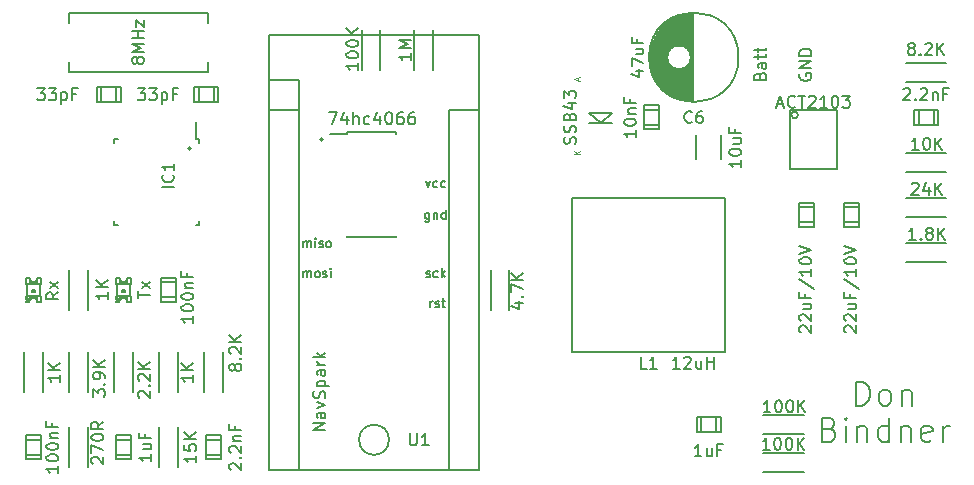
<source format=gto>
G04 #@! TF.FileFunction,Legend,Top*
%FSLAX46Y46*%
G04 Gerber Fmt 4.6, Leading zero omitted, Abs format (unit mm)*
G04 Created by KiCad (PCBNEW 0.201507012246+5852~23~ubuntu14.04.1-product) date Sat 04 Jul 2015 06:56:47 PM CDT*
%MOMM*%
G01*
G04 APERTURE LIST*
%ADD10C,0.100000*%
%ADD11C,0.200000*%
%ADD12C,0.127000*%
%ADD13C,0.203200*%
%ADD14C,0.150000*%
%ADD15C,0.099060*%
G04 APERTURE END LIST*
D10*
D11*
X83820000Y-121412000D02*
G75*
G03X83820000Y-121412000I-127000J0D01*
G01*
D12*
X103994857Y-126836714D02*
X103994857Y-127453571D01*
X103958571Y-127526143D01*
X103922286Y-127562429D01*
X103849714Y-127598714D01*
X103740857Y-127598714D01*
X103668286Y-127562429D01*
X103994857Y-127308429D02*
X103922286Y-127344714D01*
X103777143Y-127344714D01*
X103704571Y-127308429D01*
X103668286Y-127272143D01*
X103632000Y-127199571D01*
X103632000Y-126981857D01*
X103668286Y-126909286D01*
X103704571Y-126873000D01*
X103777143Y-126836714D01*
X103922286Y-126836714D01*
X103994857Y-126873000D01*
X104357715Y-126836714D02*
X104357715Y-127344714D01*
X104357715Y-126909286D02*
X104394000Y-126873000D01*
X104466572Y-126836714D01*
X104575429Y-126836714D01*
X104648000Y-126873000D01*
X104684286Y-126945571D01*
X104684286Y-127344714D01*
X105373715Y-127344714D02*
X105373715Y-126582714D01*
X105373715Y-127308429D02*
X105301144Y-127344714D01*
X105156001Y-127344714D01*
X105083429Y-127308429D01*
X105047144Y-127272143D01*
X105010858Y-127199571D01*
X105010858Y-126981857D01*
X105047144Y-126909286D01*
X105083429Y-126873000D01*
X105156001Y-126836714D01*
X105301144Y-126836714D01*
X105373715Y-126873000D01*
X93326858Y-132297714D02*
X93326858Y-131789714D01*
X93326858Y-131862286D02*
X93363143Y-131826000D01*
X93435715Y-131789714D01*
X93544572Y-131789714D01*
X93617143Y-131826000D01*
X93653429Y-131898571D01*
X93653429Y-132297714D01*
X93653429Y-131898571D02*
X93689715Y-131826000D01*
X93762286Y-131789714D01*
X93871143Y-131789714D01*
X93943715Y-131826000D01*
X93980000Y-131898571D01*
X93980000Y-132297714D01*
X94451715Y-132297714D02*
X94379143Y-132261429D01*
X94342858Y-132225143D01*
X94306572Y-132152571D01*
X94306572Y-131934857D01*
X94342858Y-131862286D01*
X94379143Y-131826000D01*
X94451715Y-131789714D01*
X94560572Y-131789714D01*
X94633143Y-131826000D01*
X94669429Y-131862286D01*
X94705715Y-131934857D01*
X94705715Y-132152571D01*
X94669429Y-132225143D01*
X94633143Y-132261429D01*
X94560572Y-132297714D01*
X94451715Y-132297714D01*
X94996001Y-132261429D02*
X95068572Y-132297714D01*
X95213715Y-132297714D01*
X95286287Y-132261429D01*
X95322572Y-132188857D01*
X95322572Y-132152571D01*
X95286287Y-132080000D01*
X95213715Y-132043714D01*
X95104858Y-132043714D01*
X95032287Y-132007429D01*
X94996001Y-131934857D01*
X94996001Y-131898571D01*
X95032287Y-131826000D01*
X95104858Y-131789714D01*
X95213715Y-131789714D01*
X95286287Y-131826000D01*
X95649144Y-132297714D02*
X95649144Y-131789714D01*
X95649144Y-131535714D02*
X95612858Y-131572000D01*
X95649144Y-131608286D01*
X95685429Y-131572000D01*
X95649144Y-131535714D01*
X95649144Y-131608286D01*
X93326858Y-129757714D02*
X93326858Y-129249714D01*
X93326858Y-129322286D02*
X93363143Y-129286000D01*
X93435715Y-129249714D01*
X93544572Y-129249714D01*
X93617143Y-129286000D01*
X93653429Y-129358571D01*
X93653429Y-129757714D01*
X93653429Y-129358571D02*
X93689715Y-129286000D01*
X93762286Y-129249714D01*
X93871143Y-129249714D01*
X93943715Y-129286000D01*
X93980000Y-129358571D01*
X93980000Y-129757714D01*
X94342858Y-129757714D02*
X94342858Y-129249714D01*
X94342858Y-128995714D02*
X94306572Y-129032000D01*
X94342858Y-129068286D01*
X94379143Y-129032000D01*
X94342858Y-128995714D01*
X94342858Y-129068286D01*
X94669429Y-129721429D02*
X94742000Y-129757714D01*
X94887143Y-129757714D01*
X94959715Y-129721429D01*
X94996000Y-129648857D01*
X94996000Y-129612571D01*
X94959715Y-129540000D01*
X94887143Y-129503714D01*
X94778286Y-129503714D01*
X94705715Y-129467429D01*
X94669429Y-129394857D01*
X94669429Y-129358571D01*
X94705715Y-129286000D01*
X94778286Y-129249714D01*
X94887143Y-129249714D01*
X94959715Y-129286000D01*
X95431429Y-129757714D02*
X95358857Y-129721429D01*
X95322572Y-129685143D01*
X95286286Y-129612571D01*
X95286286Y-129394857D01*
X95322572Y-129322286D01*
X95358857Y-129286000D01*
X95431429Y-129249714D01*
X95540286Y-129249714D01*
X95612857Y-129286000D01*
X95649143Y-129322286D01*
X95685429Y-129394857D01*
X95685429Y-129612571D01*
X95649143Y-129685143D01*
X95612857Y-129721429D01*
X95540286Y-129757714D01*
X95431429Y-129757714D01*
X103686429Y-124169714D02*
X103867858Y-124677714D01*
X104049286Y-124169714D01*
X104666143Y-124641429D02*
X104593572Y-124677714D01*
X104448429Y-124677714D01*
X104375857Y-124641429D01*
X104339572Y-124605143D01*
X104303286Y-124532571D01*
X104303286Y-124314857D01*
X104339572Y-124242286D01*
X104375857Y-124206000D01*
X104448429Y-124169714D01*
X104593572Y-124169714D01*
X104666143Y-124206000D01*
X105319286Y-124641429D02*
X105246715Y-124677714D01*
X105101572Y-124677714D01*
X105029000Y-124641429D01*
X104992715Y-124605143D01*
X104956429Y-124532571D01*
X104956429Y-124314857D01*
X104992715Y-124242286D01*
X105029000Y-124206000D01*
X105101572Y-124169714D01*
X105246715Y-124169714D01*
X105319286Y-124206000D01*
X104067429Y-134837714D02*
X104067429Y-134329714D01*
X104067429Y-134474857D02*
X104103714Y-134402286D01*
X104140000Y-134366000D01*
X104212571Y-134329714D01*
X104285143Y-134329714D01*
X104502857Y-134801429D02*
X104575428Y-134837714D01*
X104720571Y-134837714D01*
X104793143Y-134801429D01*
X104829428Y-134728857D01*
X104829428Y-134692571D01*
X104793143Y-134620000D01*
X104720571Y-134583714D01*
X104611714Y-134583714D01*
X104539143Y-134547429D01*
X104502857Y-134474857D01*
X104502857Y-134438571D01*
X104539143Y-134366000D01*
X104611714Y-134329714D01*
X104720571Y-134329714D01*
X104793143Y-134366000D01*
X105047142Y-134329714D02*
X105337428Y-134329714D01*
X105156000Y-134075714D02*
X105156000Y-134728857D01*
X105192285Y-134801429D01*
X105264857Y-134837714D01*
X105337428Y-134837714D01*
X103722715Y-132261429D02*
X103795286Y-132297714D01*
X103940429Y-132297714D01*
X104013001Y-132261429D01*
X104049286Y-132188857D01*
X104049286Y-132152571D01*
X104013001Y-132080000D01*
X103940429Y-132043714D01*
X103831572Y-132043714D01*
X103759001Y-132007429D01*
X103722715Y-131934857D01*
X103722715Y-131898571D01*
X103759001Y-131826000D01*
X103831572Y-131789714D01*
X103940429Y-131789714D01*
X104013001Y-131826000D01*
X104702429Y-132261429D02*
X104629858Y-132297714D01*
X104484715Y-132297714D01*
X104412143Y-132261429D01*
X104375858Y-132225143D01*
X104339572Y-132152571D01*
X104339572Y-131934857D01*
X104375858Y-131862286D01*
X104412143Y-131826000D01*
X104484715Y-131789714D01*
X104629858Y-131789714D01*
X104702429Y-131826000D01*
X105029001Y-132297714D02*
X105029001Y-131535714D01*
X105101572Y-132007429D02*
X105319286Y-132297714D01*
X105319286Y-131789714D02*
X105029001Y-132080000D01*
X95534239Y-118315619D02*
X96211572Y-118315619D01*
X95776144Y-119331619D01*
X97034048Y-118654286D02*
X97034048Y-119331619D01*
X96792144Y-118267238D02*
X96550239Y-118992952D01*
X97179191Y-118992952D01*
X97566239Y-119331619D02*
X97566239Y-118315619D01*
X98001667Y-119331619D02*
X98001667Y-118799429D01*
X97953286Y-118702667D01*
X97856524Y-118654286D01*
X97711382Y-118654286D01*
X97614620Y-118702667D01*
X97566239Y-118751048D01*
X98920905Y-119283238D02*
X98824143Y-119331619D01*
X98630620Y-119331619D01*
X98533858Y-119283238D01*
X98485477Y-119234857D01*
X98437096Y-119138095D01*
X98437096Y-118847810D01*
X98485477Y-118751048D01*
X98533858Y-118702667D01*
X98630620Y-118654286D01*
X98824143Y-118654286D01*
X98920905Y-118702667D01*
X99791762Y-118654286D02*
X99791762Y-119331619D01*
X99549858Y-118267238D02*
X99307953Y-118992952D01*
X99936905Y-118992952D01*
X100517477Y-118315619D02*
X100614238Y-118315619D01*
X100711000Y-118364000D01*
X100759381Y-118412381D01*
X100807762Y-118509143D01*
X100856143Y-118702667D01*
X100856143Y-118944571D01*
X100807762Y-119138095D01*
X100759381Y-119234857D01*
X100711000Y-119283238D01*
X100614238Y-119331619D01*
X100517477Y-119331619D01*
X100420715Y-119283238D01*
X100372334Y-119234857D01*
X100323953Y-119138095D01*
X100275572Y-118944571D01*
X100275572Y-118702667D01*
X100323953Y-118509143D01*
X100372334Y-118412381D01*
X100420715Y-118364000D01*
X100517477Y-118315619D01*
X101727000Y-118315619D02*
X101533477Y-118315619D01*
X101436715Y-118364000D01*
X101388334Y-118412381D01*
X101291572Y-118557524D01*
X101243191Y-118751048D01*
X101243191Y-119138095D01*
X101291572Y-119234857D01*
X101339953Y-119283238D01*
X101436715Y-119331619D01*
X101630238Y-119331619D01*
X101727000Y-119283238D01*
X101775381Y-119234857D01*
X101823762Y-119138095D01*
X101823762Y-118896190D01*
X101775381Y-118799429D01*
X101727000Y-118751048D01*
X101630238Y-118702667D01*
X101436715Y-118702667D01*
X101339953Y-118751048D01*
X101291572Y-118799429D01*
X101243191Y-118896190D01*
X102694619Y-118315619D02*
X102501096Y-118315619D01*
X102404334Y-118364000D01*
X102355953Y-118412381D01*
X102259191Y-118557524D01*
X102210810Y-118751048D01*
X102210810Y-119138095D01*
X102259191Y-119234857D01*
X102307572Y-119283238D01*
X102404334Y-119331619D01*
X102597857Y-119331619D01*
X102694619Y-119283238D01*
X102743000Y-119234857D01*
X102791381Y-119138095D01*
X102791381Y-118896190D01*
X102743000Y-118799429D01*
X102694619Y-118751048D01*
X102597857Y-118702667D01*
X102404334Y-118702667D01*
X102307572Y-118751048D01*
X102259191Y-118799429D01*
X102210810Y-118896190D01*
D13*
X140123334Y-143159238D02*
X140123334Y-141127238D01*
X140607143Y-141127238D01*
X140897429Y-141224000D01*
X141090953Y-141417524D01*
X141187714Y-141611048D01*
X141284476Y-141998095D01*
X141284476Y-142288381D01*
X141187714Y-142675429D01*
X141090953Y-142868952D01*
X140897429Y-143062476D01*
X140607143Y-143159238D01*
X140123334Y-143159238D01*
X142445619Y-143159238D02*
X142252095Y-143062476D01*
X142155334Y-142965714D01*
X142058572Y-142772190D01*
X142058572Y-142191619D01*
X142155334Y-141998095D01*
X142252095Y-141901333D01*
X142445619Y-141804571D01*
X142735905Y-141804571D01*
X142929429Y-141901333D01*
X143026191Y-141998095D01*
X143122953Y-142191619D01*
X143122953Y-142772190D01*
X143026191Y-142965714D01*
X142929429Y-143062476D01*
X142735905Y-143159238D01*
X142445619Y-143159238D01*
X143993810Y-141804571D02*
X143993810Y-143159238D01*
X143993810Y-141998095D02*
X144090571Y-141901333D01*
X144284095Y-141804571D01*
X144574381Y-141804571D01*
X144767905Y-141901333D01*
X144864667Y-142094857D01*
X144864667Y-143159238D01*
X137897810Y-145142857D02*
X138188096Y-145239619D01*
X138284857Y-145336381D01*
X138381619Y-145529905D01*
X138381619Y-145820190D01*
X138284857Y-146013714D01*
X138188096Y-146110476D01*
X137994572Y-146207238D01*
X137220477Y-146207238D01*
X137220477Y-144175238D01*
X137897810Y-144175238D01*
X138091334Y-144272000D01*
X138188096Y-144368762D01*
X138284857Y-144562286D01*
X138284857Y-144755810D01*
X138188096Y-144949333D01*
X138091334Y-145046095D01*
X137897810Y-145142857D01*
X137220477Y-145142857D01*
X139252477Y-146207238D02*
X139252477Y-144852571D01*
X139252477Y-144175238D02*
X139155715Y-144272000D01*
X139252477Y-144368762D01*
X139349238Y-144272000D01*
X139252477Y-144175238D01*
X139252477Y-144368762D01*
X140220096Y-144852571D02*
X140220096Y-146207238D01*
X140220096Y-145046095D02*
X140316857Y-144949333D01*
X140510381Y-144852571D01*
X140800667Y-144852571D01*
X140994191Y-144949333D01*
X141090953Y-145142857D01*
X141090953Y-146207238D01*
X142929429Y-146207238D02*
X142929429Y-144175238D01*
X142929429Y-146110476D02*
X142735905Y-146207238D01*
X142348857Y-146207238D01*
X142155333Y-146110476D01*
X142058572Y-146013714D01*
X141961810Y-145820190D01*
X141961810Y-145239619D01*
X142058572Y-145046095D01*
X142155333Y-144949333D01*
X142348857Y-144852571D01*
X142735905Y-144852571D01*
X142929429Y-144949333D01*
X143897048Y-144852571D02*
X143897048Y-146207238D01*
X143897048Y-145046095D02*
X143993809Y-144949333D01*
X144187333Y-144852571D01*
X144477619Y-144852571D01*
X144671143Y-144949333D01*
X144767905Y-145142857D01*
X144767905Y-146207238D01*
X146509619Y-146110476D02*
X146316095Y-146207238D01*
X145929047Y-146207238D01*
X145735524Y-146110476D01*
X145638762Y-145916952D01*
X145638762Y-145142857D01*
X145735524Y-144949333D01*
X145929047Y-144852571D01*
X146316095Y-144852571D01*
X146509619Y-144949333D01*
X146606381Y-145142857D01*
X146606381Y-145336381D01*
X145638762Y-145529905D01*
X147477238Y-146207238D02*
X147477238Y-144852571D01*
X147477238Y-145239619D02*
X147573999Y-145046095D01*
X147670761Y-144949333D01*
X147864285Y-144852571D01*
X148057809Y-144852571D01*
D12*
X79326619Y-134051523D02*
X79326619Y-133470952D01*
X80342619Y-133761237D02*
X79326619Y-133761237D01*
X80342619Y-133229047D02*
X79665286Y-132696857D01*
X79665286Y-133229047D02*
X80342619Y-132696857D01*
X72595619Y-133573762D02*
X72111810Y-133912428D01*
X72595619Y-134154333D02*
X71579619Y-134154333D01*
X71579619Y-133767286D01*
X71628000Y-133670524D01*
X71676381Y-133622143D01*
X71773143Y-133573762D01*
X71918286Y-133573762D01*
X72015048Y-133622143D01*
X72063429Y-133670524D01*
X72111810Y-133767286D01*
X72111810Y-134154333D01*
X72595619Y-133235095D02*
X71918286Y-132702905D01*
X71918286Y-133235095D02*
X72595619Y-132702905D01*
D11*
X94996000Y-120650000D02*
G75*
G03X94996000Y-120650000I-127000J0D01*
G01*
D14*
X126610000Y-120285000D02*
X126610000Y-122285000D01*
X128660000Y-122285000D02*
X128660000Y-120285000D01*
D12*
X145415000Y-119380000D02*
X145415000Y-118110000D01*
X146685000Y-119380000D02*
X146685000Y-118135400D01*
X147066000Y-119380000D02*
X145034000Y-119380000D01*
X145034000Y-119380000D02*
X145034000Y-118110000D01*
X145034000Y-118110000D02*
X147066000Y-118110000D01*
X147066000Y-118110000D02*
X147066000Y-119380000D01*
X123444000Y-119380000D02*
X122174000Y-119380000D01*
X123444000Y-118110000D02*
X122199400Y-118110000D01*
X123444000Y-117729000D02*
X123444000Y-119761000D01*
X123444000Y-119761000D02*
X122174000Y-119761000D01*
X122174000Y-119761000D02*
X122174000Y-117729000D01*
X122174000Y-117729000D02*
X123444000Y-117729000D01*
X135255000Y-126365000D02*
X136525000Y-126365000D01*
X135255000Y-127635000D02*
X136499600Y-127635000D01*
X135255000Y-128016000D02*
X135255000Y-125984000D01*
X135255000Y-125984000D02*
X136525000Y-125984000D01*
X136525000Y-125984000D02*
X136525000Y-128016000D01*
X136525000Y-128016000D02*
X135255000Y-128016000D01*
X139065000Y-126365000D02*
X140335000Y-126365000D01*
X139065000Y-127635000D02*
X140309600Y-127635000D01*
X139065000Y-128016000D02*
X139065000Y-125984000D01*
X139065000Y-125984000D02*
X140335000Y-125984000D01*
X140335000Y-125984000D02*
X140335000Y-128016000D01*
X140335000Y-128016000D02*
X139065000Y-128016000D01*
X81280000Y-132715000D02*
X82550000Y-132715000D01*
X81280000Y-133985000D02*
X82524600Y-133985000D01*
X81280000Y-134366000D02*
X81280000Y-132334000D01*
X81280000Y-132334000D02*
X82550000Y-132334000D01*
X82550000Y-132334000D02*
X82550000Y-134366000D01*
X82550000Y-134366000D02*
X81280000Y-134366000D01*
X69850000Y-146050000D02*
X71120000Y-146050000D01*
X69850000Y-147320000D02*
X71094600Y-147320000D01*
X69850000Y-147701000D02*
X69850000Y-145669000D01*
X69850000Y-145669000D02*
X71120000Y-145669000D01*
X71120000Y-145669000D02*
X71120000Y-147701000D01*
X71120000Y-147701000D02*
X69850000Y-147701000D01*
X78740000Y-147320000D02*
X77470000Y-147320000D01*
X78740000Y-146050000D02*
X77495400Y-146050000D01*
X78740000Y-145669000D02*
X78740000Y-147701000D01*
X78740000Y-147701000D02*
X77470000Y-147701000D01*
X77470000Y-147701000D02*
X77470000Y-145669000D01*
X77470000Y-145669000D02*
X78740000Y-145669000D01*
X85725000Y-116205000D02*
X85725000Y-117475000D01*
X84455000Y-116205000D02*
X84455000Y-117449600D01*
X84074000Y-116205000D02*
X86106000Y-116205000D01*
X86106000Y-116205000D02*
X86106000Y-117475000D01*
X86106000Y-117475000D02*
X84074000Y-117475000D01*
X84074000Y-117475000D02*
X84074000Y-116205000D01*
X76200000Y-117475000D02*
X76200000Y-116205000D01*
X77470000Y-117475000D02*
X77470000Y-116230400D01*
X77851000Y-117475000D02*
X75819000Y-117475000D01*
X75819000Y-117475000D02*
X75819000Y-116205000D01*
X75819000Y-116205000D02*
X77851000Y-116205000D01*
X77851000Y-116205000D02*
X77851000Y-117475000D01*
D14*
X78404720Y-133847840D02*
X78729840Y-133847840D01*
X78729840Y-133847840D02*
X78729840Y-134348220D01*
X78404720Y-134348220D02*
X78729840Y-134348220D01*
X78404720Y-133847840D02*
X78404720Y-134348220D01*
X77782420Y-133847840D02*
X77932280Y-133847840D01*
X77932280Y-133847840D02*
X77932280Y-134099300D01*
X77782420Y-134099300D02*
X77932280Y-134099300D01*
X77782420Y-133847840D02*
X77782420Y-134099300D01*
X78277720Y-133847840D02*
X78427580Y-133847840D01*
X78427580Y-133847840D02*
X78427580Y-134099300D01*
X78277720Y-134099300D02*
X78427580Y-134099300D01*
X78277720Y-133847840D02*
X78277720Y-134099300D01*
X77906880Y-133847840D02*
X78303120Y-133847840D01*
X78303120Y-133847840D02*
X78303120Y-134023100D01*
X77906880Y-134023100D02*
X78303120Y-134023100D01*
X77906880Y-133847840D02*
X77906880Y-134023100D01*
X78404720Y-132351780D02*
X78729840Y-132351780D01*
X78729840Y-132351780D02*
X78729840Y-132852160D01*
X78404720Y-132852160D02*
X78729840Y-132852160D01*
X78404720Y-132351780D02*
X78404720Y-132852160D01*
X77480160Y-132351780D02*
X77805280Y-132351780D01*
X77805280Y-132351780D02*
X77805280Y-132852160D01*
X77480160Y-132852160D02*
X77805280Y-132852160D01*
X77480160Y-132351780D02*
X77480160Y-132852160D01*
X78277720Y-132600700D02*
X78427580Y-132600700D01*
X78427580Y-132600700D02*
X78427580Y-132852160D01*
X78277720Y-132852160D02*
X78427580Y-132852160D01*
X78277720Y-132600700D02*
X78277720Y-132852160D01*
X77782420Y-132600700D02*
X77932280Y-132600700D01*
X77932280Y-132600700D02*
X77932280Y-132852160D01*
X77782420Y-132852160D02*
X77932280Y-132852160D01*
X77782420Y-132600700D02*
X77782420Y-132852160D01*
X77906880Y-132676900D02*
X78303120Y-132676900D01*
X78303120Y-132676900D02*
X78303120Y-132852160D01*
X77906880Y-132852160D02*
X78303120Y-132852160D01*
X77906880Y-132676900D02*
X77906880Y-132852160D01*
X78005940Y-133350000D02*
X78204060Y-133350000D01*
X78204060Y-133350000D02*
X78204060Y-133548120D01*
X78005940Y-133548120D02*
X78204060Y-133548120D01*
X78005940Y-133350000D02*
X78005940Y-133548120D01*
X77505560Y-133847840D02*
X77805280Y-133847840D01*
X77805280Y-133847840D02*
X77805280Y-134147560D01*
X77505560Y-134147560D02*
X77805280Y-134147560D01*
X77505560Y-133847840D02*
X77505560Y-134147560D01*
X77480160Y-134274560D02*
X77706220Y-134274560D01*
X77706220Y-134274560D02*
X77706220Y-134348220D01*
X77480160Y-134348220D02*
X77706220Y-134348220D01*
X77480160Y-134274560D02*
X77480160Y-134348220D01*
X78679040Y-133873240D02*
X78679040Y-132826760D01*
X77530960Y-132852160D02*
X77530960Y-134274560D01*
X77727262Y-134198360D02*
G75*
G03X77727262Y-134198360I-71842J0D01*
G01*
X77757020Y-134348220D02*
G75*
G02X78452980Y-134348220I347980J0D01*
G01*
X78452980Y-132351780D02*
G75*
G02X77757020Y-132351780I-347980J0D01*
G01*
X70784720Y-133847840D02*
X71109840Y-133847840D01*
X71109840Y-133847840D02*
X71109840Y-134348220D01*
X70784720Y-134348220D02*
X71109840Y-134348220D01*
X70784720Y-133847840D02*
X70784720Y-134348220D01*
X70162420Y-133847840D02*
X70312280Y-133847840D01*
X70312280Y-133847840D02*
X70312280Y-134099300D01*
X70162420Y-134099300D02*
X70312280Y-134099300D01*
X70162420Y-133847840D02*
X70162420Y-134099300D01*
X70657720Y-133847840D02*
X70807580Y-133847840D01*
X70807580Y-133847840D02*
X70807580Y-134099300D01*
X70657720Y-134099300D02*
X70807580Y-134099300D01*
X70657720Y-133847840D02*
X70657720Y-134099300D01*
X70286880Y-133847840D02*
X70683120Y-133847840D01*
X70683120Y-133847840D02*
X70683120Y-134023100D01*
X70286880Y-134023100D02*
X70683120Y-134023100D01*
X70286880Y-133847840D02*
X70286880Y-134023100D01*
X70784720Y-132351780D02*
X71109840Y-132351780D01*
X71109840Y-132351780D02*
X71109840Y-132852160D01*
X70784720Y-132852160D02*
X71109840Y-132852160D01*
X70784720Y-132351780D02*
X70784720Y-132852160D01*
X69860160Y-132351780D02*
X70185280Y-132351780D01*
X70185280Y-132351780D02*
X70185280Y-132852160D01*
X69860160Y-132852160D02*
X70185280Y-132852160D01*
X69860160Y-132351780D02*
X69860160Y-132852160D01*
X70657720Y-132600700D02*
X70807580Y-132600700D01*
X70807580Y-132600700D02*
X70807580Y-132852160D01*
X70657720Y-132852160D02*
X70807580Y-132852160D01*
X70657720Y-132600700D02*
X70657720Y-132852160D01*
X70162420Y-132600700D02*
X70312280Y-132600700D01*
X70312280Y-132600700D02*
X70312280Y-132852160D01*
X70162420Y-132852160D02*
X70312280Y-132852160D01*
X70162420Y-132600700D02*
X70162420Y-132852160D01*
X70286880Y-132676900D02*
X70683120Y-132676900D01*
X70683120Y-132676900D02*
X70683120Y-132852160D01*
X70286880Y-132852160D02*
X70683120Y-132852160D01*
X70286880Y-132676900D02*
X70286880Y-132852160D01*
X70385940Y-133350000D02*
X70584060Y-133350000D01*
X70584060Y-133350000D02*
X70584060Y-133548120D01*
X70385940Y-133548120D02*
X70584060Y-133548120D01*
X70385940Y-133350000D02*
X70385940Y-133548120D01*
X69885560Y-133847840D02*
X70185280Y-133847840D01*
X70185280Y-133847840D02*
X70185280Y-134147560D01*
X69885560Y-134147560D02*
X70185280Y-134147560D01*
X69885560Y-133847840D02*
X69885560Y-134147560D01*
X69860160Y-134274560D02*
X70086220Y-134274560D01*
X70086220Y-134274560D02*
X70086220Y-134348220D01*
X69860160Y-134348220D02*
X70086220Y-134348220D01*
X69860160Y-134274560D02*
X69860160Y-134348220D01*
X71059040Y-133873240D02*
X71059040Y-132826760D01*
X69910960Y-132852160D02*
X69910960Y-134274560D01*
X70107262Y-134198360D02*
G75*
G03X70107262Y-134198360I-71842J0D01*
G01*
X70137020Y-134348220D02*
G75*
G02X70832980Y-134348220I347980J0D01*
G01*
X70832980Y-132351780D02*
G75*
G02X70137020Y-132351780I-347980J0D01*
G01*
X84524000Y-120581000D02*
X84199000Y-120581000D01*
X84524000Y-127831000D02*
X84199000Y-127831000D01*
X77274000Y-127831000D02*
X77599000Y-127831000D01*
X77274000Y-120581000D02*
X77599000Y-120581000D01*
X84524000Y-120581000D02*
X84524000Y-120906000D01*
X77274000Y-120581000D02*
X77274000Y-120906000D01*
X77274000Y-127831000D02*
X77274000Y-127506000D01*
X84524000Y-127831000D02*
X84524000Y-127506000D01*
X84199000Y-120581000D02*
X84199000Y-119156000D01*
X129055000Y-138580000D02*
X116055000Y-138580000D01*
X116055000Y-138580000D02*
X116055000Y-125580000D01*
X116055000Y-125580000D02*
X129055000Y-125580000D01*
X129055000Y-125580000D02*
X129055000Y-138580000D01*
X147750000Y-125565000D02*
X144350000Y-125565000D01*
X147750000Y-127165000D02*
X144350000Y-127165000D01*
X147750000Y-121755000D02*
X144350000Y-121755000D01*
X147750000Y-123355000D02*
X144350000Y-123355000D01*
X144350000Y-115735000D02*
X147750000Y-115735000D01*
X144350000Y-114135000D02*
X147750000Y-114135000D01*
X147750000Y-129375000D02*
X144350000Y-129375000D01*
X147750000Y-130975000D02*
X144350000Y-130975000D01*
X86525000Y-142035000D02*
X86525000Y-138635000D01*
X84925000Y-142035000D02*
X84925000Y-138635000D01*
X75095000Y-142035000D02*
X75095000Y-138635000D01*
X73495000Y-142035000D02*
X73495000Y-138635000D01*
X78905000Y-142035000D02*
X78905000Y-138635000D01*
X77305000Y-142035000D02*
X77305000Y-138635000D01*
X82715000Y-142035000D02*
X82715000Y-138635000D01*
X81115000Y-142035000D02*
X81115000Y-138635000D01*
X73495000Y-144985000D02*
X73495000Y-148385000D01*
X75095000Y-144985000D02*
X75095000Y-148385000D01*
X73495000Y-131650000D02*
X73495000Y-135050000D01*
X75095000Y-131650000D02*
X75095000Y-135050000D01*
X71285000Y-142035000D02*
X71285000Y-138635000D01*
X69685000Y-142035000D02*
X69685000Y-138635000D01*
X81115000Y-144985000D02*
X81115000Y-148385000D01*
X82715000Y-144985000D02*
X82715000Y-148385000D01*
X104305000Y-114730000D02*
X104305000Y-111330000D01*
X102705000Y-114730000D02*
X102705000Y-111330000D01*
X98260000Y-111330000D02*
X98260000Y-114730000D01*
X99860000Y-111330000D02*
X99860000Y-114730000D01*
X96985000Y-120010000D02*
X96985000Y-120125000D01*
X101135000Y-120010000D02*
X101135000Y-120125000D01*
X101135000Y-128910000D02*
X101135000Y-128795000D01*
X96985000Y-128910000D02*
X96985000Y-128795000D01*
X96985000Y-120010000D02*
X101135000Y-120010000D01*
X96985000Y-128910000D02*
X101135000Y-128910000D01*
X96985000Y-120125000D02*
X95610000Y-120125000D01*
X85224620Y-109895640D02*
X73525380Y-109895640D01*
X73525380Y-114894360D02*
X85224620Y-114894360D01*
X73525380Y-109895640D02*
X73525380Y-110744000D01*
X73525380Y-114894360D02*
X73525380Y-114046000D01*
X85224620Y-109895640D02*
X85224620Y-110744000D01*
X85224620Y-114894360D02*
X85224620Y-114046000D01*
D12*
X118491000Y-119194580D02*
X119491760Y-118346220D01*
X119491760Y-118346220D02*
X117490240Y-118346220D01*
X117490240Y-118346220D02*
X118491000Y-119194580D01*
X118491000Y-119194580D02*
X117490240Y-119194580D01*
X118491000Y-119194580D02*
X119491760Y-119194580D01*
D14*
X135207843Y-118550000D02*
G75*
G03X135207843Y-118550000I-282843J0D01*
G01*
X134525000Y-118150000D02*
X138525000Y-118150000D01*
X138525000Y-118150000D02*
X138525000Y-123150000D01*
X138525000Y-123150000D02*
X134525000Y-123150000D01*
X134525000Y-123150000D02*
X134525000Y-118150000D01*
D12*
X128270000Y-144145000D02*
X128270000Y-145415000D01*
X127000000Y-144145000D02*
X127000000Y-145389600D01*
X126619000Y-144145000D02*
X128651000Y-144145000D01*
X128651000Y-144145000D02*
X128651000Y-145415000D01*
X128651000Y-145415000D02*
X126619000Y-145415000D01*
X126619000Y-145415000D02*
X126619000Y-144145000D01*
D14*
X135685000Y-143980000D02*
X132285000Y-143980000D01*
X135685000Y-145580000D02*
X132285000Y-145580000D01*
X132285000Y-148755000D02*
X135685000Y-148755000D01*
X132285000Y-147155000D02*
X135685000Y-147155000D01*
X110782000Y-135050000D02*
X110782000Y-131650000D01*
X109182000Y-135050000D02*
X109182000Y-131650000D01*
X108204000Y-118110000D02*
X105664000Y-118110000D01*
X105664000Y-118110000D02*
X105664000Y-148590000D01*
X90424000Y-118110000D02*
X92964000Y-118110000D01*
X90424000Y-115570000D02*
X92964000Y-115570000D01*
X92964000Y-115570000D02*
X92964000Y-148590000D01*
X100584000Y-146050000D02*
G75*
G03X100584000Y-146050000I-1270000J0D01*
G01*
X103124000Y-111760000D02*
X108204000Y-111760000D01*
X90424000Y-111760000D02*
X95504000Y-111760000D01*
X95504000Y-111760000D02*
X103124000Y-111760000D01*
X90424000Y-148590000D02*
X108204000Y-148590000D01*
X108204000Y-148590000D02*
X108204000Y-111760000D01*
X90424000Y-111760000D02*
X90424000Y-148590000D01*
X126310000Y-117414000D02*
X126310000Y-109916000D01*
X126170000Y-117409000D02*
X126170000Y-109921000D01*
X126030000Y-117398000D02*
X126030000Y-114111000D01*
X126030000Y-113219000D02*
X126030000Y-109932000D01*
X125890000Y-117382000D02*
X125890000Y-114321000D01*
X125890000Y-113009000D02*
X125890000Y-109948000D01*
X125750000Y-117361000D02*
X125750000Y-114454000D01*
X125750000Y-112876000D02*
X125750000Y-109969000D01*
X125610000Y-117334000D02*
X125610000Y-114545000D01*
X125610000Y-112785000D02*
X125610000Y-109996000D01*
X125470000Y-117302000D02*
X125470000Y-114607000D01*
X125470000Y-112723000D02*
X125470000Y-110028000D01*
X125330000Y-117264000D02*
X125330000Y-114646000D01*
X125330000Y-112684000D02*
X125330000Y-110066000D01*
X125190000Y-117220000D02*
X125190000Y-114663000D01*
X125190000Y-112667000D02*
X125190000Y-110110000D01*
X125050000Y-117169000D02*
X125050000Y-114661000D01*
X125050000Y-112669000D02*
X125050000Y-110161000D01*
X124910000Y-117113000D02*
X124910000Y-114639000D01*
X124910000Y-112691000D02*
X124910000Y-110217000D01*
X124770000Y-117049000D02*
X124770000Y-114596000D01*
X124770000Y-112734000D02*
X124770000Y-110281000D01*
X124630000Y-116979000D02*
X124630000Y-114528000D01*
X124630000Y-112802000D02*
X124630000Y-110351000D01*
X124490000Y-116901000D02*
X124490000Y-114429000D01*
X124490000Y-112901000D02*
X124490000Y-110429000D01*
X124350000Y-116815000D02*
X124350000Y-114284000D01*
X124350000Y-113046000D02*
X124350000Y-110515000D01*
X124210000Y-116720000D02*
X124210000Y-114045000D01*
X124210000Y-113285000D02*
X124210000Y-110610000D01*
X124070000Y-116615000D02*
X124070000Y-110715000D01*
X123930000Y-116500000D02*
X123930000Y-110830000D01*
X123790000Y-116372000D02*
X123790000Y-110958000D01*
X123650000Y-116231000D02*
X123650000Y-111099000D01*
X123510000Y-116073000D02*
X123510000Y-111257000D01*
X123370000Y-115895000D02*
X123370000Y-111435000D01*
X123230000Y-115692000D02*
X123230000Y-111638000D01*
X123090000Y-115455000D02*
X123090000Y-111875000D01*
X122950000Y-115169000D02*
X122950000Y-112161000D01*
X122810000Y-114797000D02*
X122810000Y-112533000D01*
X122670000Y-114176000D02*
X122670000Y-113154000D01*
X126135000Y-113665000D02*
G75*
G03X126135000Y-113665000I-1000000J0D01*
G01*
X130172500Y-113665000D02*
G75*
G03X130172500Y-113665000I-3787500J0D01*
G01*
D12*
X86360000Y-147320000D02*
X85090000Y-147320000D01*
X86360000Y-146050000D02*
X85115400Y-146050000D01*
X86360000Y-145669000D02*
X86360000Y-147701000D01*
X86360000Y-147701000D02*
X85090000Y-147701000D01*
X85090000Y-147701000D02*
X85090000Y-145669000D01*
X85090000Y-145669000D02*
X86360000Y-145669000D01*
X130394619Y-122373571D02*
X130394619Y-122954142D01*
X130394619Y-122663856D02*
X129378619Y-122663856D01*
X129523762Y-122760618D01*
X129620524Y-122857380D01*
X129668905Y-122954142D01*
X129378619Y-121744618D02*
X129378619Y-121647857D01*
X129427000Y-121551095D01*
X129475381Y-121502714D01*
X129572143Y-121454333D01*
X129765667Y-121405952D01*
X130007571Y-121405952D01*
X130201095Y-121454333D01*
X130297857Y-121502714D01*
X130346238Y-121551095D01*
X130394619Y-121647857D01*
X130394619Y-121744618D01*
X130346238Y-121841380D01*
X130297857Y-121889761D01*
X130201095Y-121938142D01*
X130007571Y-121986523D01*
X129765667Y-121986523D01*
X129572143Y-121938142D01*
X129475381Y-121889761D01*
X129427000Y-121841380D01*
X129378619Y-121744618D01*
X129717286Y-120535095D02*
X130394619Y-120535095D01*
X129717286Y-120970523D02*
X130249476Y-120970523D01*
X130346238Y-120922142D01*
X130394619Y-120825380D01*
X130394619Y-120680238D01*
X130346238Y-120583476D01*
X130297857Y-120535095D01*
X129862429Y-119712619D02*
X129862429Y-120051285D01*
X130394619Y-120051285D02*
X129378619Y-120051285D01*
X129378619Y-119567476D01*
X144138953Y-116380381D02*
X144187334Y-116332000D01*
X144284096Y-116283619D01*
X144526000Y-116283619D01*
X144622762Y-116332000D01*
X144671143Y-116380381D01*
X144719524Y-116477143D01*
X144719524Y-116573905D01*
X144671143Y-116719048D01*
X144090572Y-117299619D01*
X144719524Y-117299619D01*
X145154953Y-117202857D02*
X145203334Y-117251238D01*
X145154953Y-117299619D01*
X145106572Y-117251238D01*
X145154953Y-117202857D01*
X145154953Y-117299619D01*
X145590382Y-116380381D02*
X145638763Y-116332000D01*
X145735525Y-116283619D01*
X145977429Y-116283619D01*
X146074191Y-116332000D01*
X146122572Y-116380381D01*
X146170953Y-116477143D01*
X146170953Y-116573905D01*
X146122572Y-116719048D01*
X145542001Y-117299619D01*
X146170953Y-117299619D01*
X146606382Y-116622286D02*
X146606382Y-117299619D01*
X146606382Y-116719048D02*
X146654763Y-116670667D01*
X146751525Y-116622286D01*
X146896667Y-116622286D01*
X146993429Y-116670667D01*
X147041810Y-116767429D01*
X147041810Y-117299619D01*
X147864286Y-116767429D02*
X147525620Y-116767429D01*
X147525620Y-117299619D02*
X147525620Y-116283619D01*
X148009429Y-116283619D01*
X121490619Y-119833571D02*
X121490619Y-120414142D01*
X121490619Y-120123856D02*
X120474619Y-120123856D01*
X120619762Y-120220618D01*
X120716524Y-120317380D01*
X120764905Y-120414142D01*
X120474619Y-119204618D02*
X120474619Y-119107857D01*
X120523000Y-119011095D01*
X120571381Y-118962714D01*
X120668143Y-118914333D01*
X120861667Y-118865952D01*
X121103571Y-118865952D01*
X121297095Y-118914333D01*
X121393857Y-118962714D01*
X121442238Y-119011095D01*
X121490619Y-119107857D01*
X121490619Y-119204618D01*
X121442238Y-119301380D01*
X121393857Y-119349761D01*
X121297095Y-119398142D01*
X121103571Y-119446523D01*
X120861667Y-119446523D01*
X120668143Y-119398142D01*
X120571381Y-119349761D01*
X120523000Y-119301380D01*
X120474619Y-119204618D01*
X120813286Y-118430523D02*
X121490619Y-118430523D01*
X120910048Y-118430523D02*
X120861667Y-118382142D01*
X120813286Y-118285380D01*
X120813286Y-118140238D01*
X120861667Y-118043476D01*
X120958429Y-117995095D01*
X121490619Y-117995095D01*
X120958429Y-117172619D02*
X120958429Y-117511285D01*
X121490619Y-117511285D02*
X120474619Y-117511285D01*
X120474619Y-117027476D01*
X135430381Y-136954380D02*
X135382000Y-136905999D01*
X135333619Y-136809237D01*
X135333619Y-136567333D01*
X135382000Y-136470571D01*
X135430381Y-136422190D01*
X135527143Y-136373809D01*
X135623905Y-136373809D01*
X135769048Y-136422190D01*
X136349619Y-137002761D01*
X136349619Y-136373809D01*
X135430381Y-135986761D02*
X135382000Y-135938380D01*
X135333619Y-135841618D01*
X135333619Y-135599714D01*
X135382000Y-135502952D01*
X135430381Y-135454571D01*
X135527143Y-135406190D01*
X135623905Y-135406190D01*
X135769048Y-135454571D01*
X136349619Y-136035142D01*
X136349619Y-135406190D01*
X135672286Y-134535333D02*
X136349619Y-134535333D01*
X135672286Y-134970761D02*
X136204476Y-134970761D01*
X136301238Y-134922380D01*
X136349619Y-134825618D01*
X136349619Y-134680476D01*
X136301238Y-134583714D01*
X136252857Y-134535333D01*
X135817429Y-133712857D02*
X135817429Y-134051523D01*
X136349619Y-134051523D02*
X135333619Y-134051523D01*
X135333619Y-133567714D01*
X135285238Y-132454952D02*
X136591524Y-133325809D01*
X136349619Y-131584095D02*
X136349619Y-132164666D01*
X136349619Y-131874380D02*
X135333619Y-131874380D01*
X135478762Y-131971142D01*
X135575524Y-132067904D01*
X135623905Y-132164666D01*
X135333619Y-130955142D02*
X135333619Y-130858381D01*
X135382000Y-130761619D01*
X135430381Y-130713238D01*
X135527143Y-130664857D01*
X135720667Y-130616476D01*
X135962571Y-130616476D01*
X136156095Y-130664857D01*
X136252857Y-130713238D01*
X136301238Y-130761619D01*
X136349619Y-130858381D01*
X136349619Y-130955142D01*
X136301238Y-131051904D01*
X136252857Y-131100285D01*
X136156095Y-131148666D01*
X135962571Y-131197047D01*
X135720667Y-131197047D01*
X135527143Y-131148666D01*
X135430381Y-131100285D01*
X135382000Y-131051904D01*
X135333619Y-130955142D01*
X135333619Y-130326190D02*
X136349619Y-129987523D01*
X135333619Y-129648857D01*
X139240381Y-136954380D02*
X139192000Y-136905999D01*
X139143619Y-136809237D01*
X139143619Y-136567333D01*
X139192000Y-136470571D01*
X139240381Y-136422190D01*
X139337143Y-136373809D01*
X139433905Y-136373809D01*
X139579048Y-136422190D01*
X140159619Y-137002761D01*
X140159619Y-136373809D01*
X139240381Y-135986761D02*
X139192000Y-135938380D01*
X139143619Y-135841618D01*
X139143619Y-135599714D01*
X139192000Y-135502952D01*
X139240381Y-135454571D01*
X139337143Y-135406190D01*
X139433905Y-135406190D01*
X139579048Y-135454571D01*
X140159619Y-136035142D01*
X140159619Y-135406190D01*
X139482286Y-134535333D02*
X140159619Y-134535333D01*
X139482286Y-134970761D02*
X140014476Y-134970761D01*
X140111238Y-134922380D01*
X140159619Y-134825618D01*
X140159619Y-134680476D01*
X140111238Y-134583714D01*
X140062857Y-134535333D01*
X139627429Y-133712857D02*
X139627429Y-134051523D01*
X140159619Y-134051523D02*
X139143619Y-134051523D01*
X139143619Y-133567714D01*
X139095238Y-132454952D02*
X140401524Y-133325809D01*
X140159619Y-131584095D02*
X140159619Y-132164666D01*
X140159619Y-131874380D02*
X139143619Y-131874380D01*
X139288762Y-131971142D01*
X139385524Y-132067904D01*
X139433905Y-132164666D01*
X139143619Y-130955142D02*
X139143619Y-130858381D01*
X139192000Y-130761619D01*
X139240381Y-130713238D01*
X139337143Y-130664857D01*
X139530667Y-130616476D01*
X139772571Y-130616476D01*
X139966095Y-130664857D01*
X140062857Y-130713238D01*
X140111238Y-130761619D01*
X140159619Y-130858381D01*
X140159619Y-130955142D01*
X140111238Y-131051904D01*
X140062857Y-131100285D01*
X139966095Y-131148666D01*
X139772571Y-131197047D01*
X139530667Y-131197047D01*
X139337143Y-131148666D01*
X139240381Y-131100285D01*
X139192000Y-131051904D01*
X139143619Y-130955142D01*
X139143619Y-130326190D02*
X140159619Y-129987523D01*
X139143619Y-129648857D01*
X84025619Y-135557381D02*
X84025619Y-136137952D01*
X84025619Y-135847666D02*
X83009619Y-135847666D01*
X83154762Y-135944428D01*
X83251524Y-136041190D01*
X83299905Y-136137952D01*
X83009619Y-134928428D02*
X83009619Y-134831667D01*
X83058000Y-134734905D01*
X83106381Y-134686524D01*
X83203143Y-134638143D01*
X83396667Y-134589762D01*
X83638571Y-134589762D01*
X83832095Y-134638143D01*
X83928857Y-134686524D01*
X83977238Y-134734905D01*
X84025619Y-134831667D01*
X84025619Y-134928428D01*
X83977238Y-135025190D01*
X83928857Y-135073571D01*
X83832095Y-135121952D01*
X83638571Y-135170333D01*
X83396667Y-135170333D01*
X83203143Y-135121952D01*
X83106381Y-135073571D01*
X83058000Y-135025190D01*
X83009619Y-134928428D01*
X83009619Y-133960809D02*
X83009619Y-133864048D01*
X83058000Y-133767286D01*
X83106381Y-133718905D01*
X83203143Y-133670524D01*
X83396667Y-133622143D01*
X83638571Y-133622143D01*
X83832095Y-133670524D01*
X83928857Y-133718905D01*
X83977238Y-133767286D01*
X84025619Y-133864048D01*
X84025619Y-133960809D01*
X83977238Y-134057571D01*
X83928857Y-134105952D01*
X83832095Y-134154333D01*
X83638571Y-134202714D01*
X83396667Y-134202714D01*
X83203143Y-134154333D01*
X83106381Y-134105952D01*
X83058000Y-134057571D01*
X83009619Y-133960809D01*
X83348286Y-133186714D02*
X84025619Y-133186714D01*
X83445048Y-133186714D02*
X83396667Y-133138333D01*
X83348286Y-133041571D01*
X83348286Y-132896429D01*
X83396667Y-132799667D01*
X83493429Y-132751286D01*
X84025619Y-132751286D01*
X83493429Y-131928810D02*
X83493429Y-132267476D01*
X84025619Y-132267476D02*
X83009619Y-132267476D01*
X83009619Y-131783667D01*
X72595619Y-148257381D02*
X72595619Y-148837952D01*
X72595619Y-148547666D02*
X71579619Y-148547666D01*
X71724762Y-148644428D01*
X71821524Y-148741190D01*
X71869905Y-148837952D01*
X71579619Y-147628428D02*
X71579619Y-147531667D01*
X71628000Y-147434905D01*
X71676381Y-147386524D01*
X71773143Y-147338143D01*
X71966667Y-147289762D01*
X72208571Y-147289762D01*
X72402095Y-147338143D01*
X72498857Y-147386524D01*
X72547238Y-147434905D01*
X72595619Y-147531667D01*
X72595619Y-147628428D01*
X72547238Y-147725190D01*
X72498857Y-147773571D01*
X72402095Y-147821952D01*
X72208571Y-147870333D01*
X71966667Y-147870333D01*
X71773143Y-147821952D01*
X71676381Y-147773571D01*
X71628000Y-147725190D01*
X71579619Y-147628428D01*
X71579619Y-146660809D02*
X71579619Y-146564048D01*
X71628000Y-146467286D01*
X71676381Y-146418905D01*
X71773143Y-146370524D01*
X71966667Y-146322143D01*
X72208571Y-146322143D01*
X72402095Y-146370524D01*
X72498857Y-146418905D01*
X72547238Y-146467286D01*
X72595619Y-146564048D01*
X72595619Y-146660809D01*
X72547238Y-146757571D01*
X72498857Y-146805952D01*
X72402095Y-146854333D01*
X72208571Y-146902714D01*
X71966667Y-146902714D01*
X71773143Y-146854333D01*
X71676381Y-146805952D01*
X71628000Y-146757571D01*
X71579619Y-146660809D01*
X71918286Y-145886714D02*
X72595619Y-145886714D01*
X72015048Y-145886714D02*
X71966667Y-145838333D01*
X71918286Y-145741571D01*
X71918286Y-145596429D01*
X71966667Y-145499667D01*
X72063429Y-145451286D01*
X72595619Y-145451286D01*
X72063429Y-144628810D02*
X72063429Y-144967476D01*
X72595619Y-144967476D02*
X71579619Y-144967476D01*
X71579619Y-144483667D01*
X80469619Y-147289762D02*
X80469619Y-147870333D01*
X80469619Y-147580047D02*
X79453619Y-147580047D01*
X79598762Y-147676809D01*
X79695524Y-147773571D01*
X79743905Y-147870333D01*
X79792286Y-146418905D02*
X80469619Y-146418905D01*
X79792286Y-146854333D02*
X80324476Y-146854333D01*
X80421238Y-146805952D01*
X80469619Y-146709190D01*
X80469619Y-146564048D01*
X80421238Y-146467286D01*
X80372857Y-146418905D01*
X79937429Y-145596429D02*
X79937429Y-145935095D01*
X80469619Y-145935095D02*
X79453619Y-145935095D01*
X79453619Y-145451286D01*
X79308477Y-116283619D02*
X79937429Y-116283619D01*
X79598763Y-116670667D01*
X79743905Y-116670667D01*
X79840667Y-116719048D01*
X79889048Y-116767429D01*
X79937429Y-116864190D01*
X79937429Y-117106095D01*
X79889048Y-117202857D01*
X79840667Y-117251238D01*
X79743905Y-117299619D01*
X79453620Y-117299619D01*
X79356858Y-117251238D01*
X79308477Y-117202857D01*
X80276096Y-116283619D02*
X80905048Y-116283619D01*
X80566382Y-116670667D01*
X80711524Y-116670667D01*
X80808286Y-116719048D01*
X80856667Y-116767429D01*
X80905048Y-116864190D01*
X80905048Y-117106095D01*
X80856667Y-117202857D01*
X80808286Y-117251238D01*
X80711524Y-117299619D01*
X80421239Y-117299619D01*
X80324477Y-117251238D01*
X80276096Y-117202857D01*
X81340477Y-116622286D02*
X81340477Y-117638286D01*
X81340477Y-116670667D02*
X81437239Y-116622286D01*
X81630762Y-116622286D01*
X81727524Y-116670667D01*
X81775905Y-116719048D01*
X81824286Y-116815810D01*
X81824286Y-117106095D01*
X81775905Y-117202857D01*
X81727524Y-117251238D01*
X81630762Y-117299619D01*
X81437239Y-117299619D01*
X81340477Y-117251238D01*
X82598381Y-116767429D02*
X82259715Y-116767429D01*
X82259715Y-117299619D02*
X82259715Y-116283619D01*
X82743524Y-116283619D01*
X70799477Y-116283619D02*
X71428429Y-116283619D01*
X71089763Y-116670667D01*
X71234905Y-116670667D01*
X71331667Y-116719048D01*
X71380048Y-116767429D01*
X71428429Y-116864190D01*
X71428429Y-117106095D01*
X71380048Y-117202857D01*
X71331667Y-117251238D01*
X71234905Y-117299619D01*
X70944620Y-117299619D01*
X70847858Y-117251238D01*
X70799477Y-117202857D01*
X71767096Y-116283619D02*
X72396048Y-116283619D01*
X72057382Y-116670667D01*
X72202524Y-116670667D01*
X72299286Y-116719048D01*
X72347667Y-116767429D01*
X72396048Y-116864190D01*
X72396048Y-117106095D01*
X72347667Y-117202857D01*
X72299286Y-117251238D01*
X72202524Y-117299619D01*
X71912239Y-117299619D01*
X71815477Y-117251238D01*
X71767096Y-117202857D01*
X72831477Y-116622286D02*
X72831477Y-117638286D01*
X72831477Y-116670667D02*
X72928239Y-116622286D01*
X73121762Y-116622286D01*
X73218524Y-116670667D01*
X73266905Y-116719048D01*
X73315286Y-116815810D01*
X73315286Y-117106095D01*
X73266905Y-117202857D01*
X73218524Y-117251238D01*
X73121762Y-117299619D01*
X72928239Y-117299619D01*
X72831477Y-117251238D01*
X74089381Y-116767429D02*
X73750715Y-116767429D01*
X73750715Y-117299619D02*
X73750715Y-116283619D01*
X74234524Y-116283619D01*
D14*
X82367381Y-124674190D02*
X81367381Y-124674190D01*
X82272143Y-123626571D02*
X82319762Y-123674190D01*
X82367381Y-123817047D01*
X82367381Y-123912285D01*
X82319762Y-124055143D01*
X82224524Y-124150381D01*
X82129286Y-124198000D01*
X81938810Y-124245619D01*
X81795952Y-124245619D01*
X81605476Y-124198000D01*
X81510238Y-124150381D01*
X81415000Y-124055143D01*
X81367381Y-123912285D01*
X81367381Y-123817047D01*
X81415000Y-123674190D01*
X81462619Y-123626571D01*
X82367381Y-122674190D02*
X82367381Y-123245619D01*
X82367381Y-122959905D02*
X81367381Y-122959905D01*
X81510238Y-123055143D01*
X81605476Y-123150381D01*
X81653095Y-123245619D01*
D12*
X122385667Y-140032619D02*
X121901858Y-140032619D01*
X121901858Y-139016619D01*
X123256524Y-140032619D02*
X122675953Y-140032619D01*
X122966239Y-140032619D02*
X122966239Y-139016619D01*
X122869477Y-139161762D01*
X122772715Y-139258524D01*
X122675953Y-139306905D01*
X125179667Y-140032619D02*
X124599096Y-140032619D01*
X124889382Y-140032619D02*
X124889382Y-139016619D01*
X124792620Y-139161762D01*
X124695858Y-139258524D01*
X124599096Y-139306905D01*
X125566715Y-139113381D02*
X125615096Y-139065000D01*
X125711858Y-139016619D01*
X125953762Y-139016619D01*
X126050524Y-139065000D01*
X126098905Y-139113381D01*
X126147286Y-139210143D01*
X126147286Y-139306905D01*
X126098905Y-139452048D01*
X125518334Y-140032619D01*
X126147286Y-140032619D01*
X127018143Y-139355286D02*
X127018143Y-140032619D01*
X126582715Y-139355286D02*
X126582715Y-139887476D01*
X126631096Y-139984238D01*
X126727858Y-140032619D01*
X126873000Y-140032619D01*
X126969762Y-139984238D01*
X127018143Y-139935857D01*
X127501953Y-140032619D02*
X127501953Y-139016619D01*
X127501953Y-139500429D02*
X128082524Y-139500429D01*
X128082524Y-140032619D02*
X128082524Y-139016619D01*
X144847905Y-124381381D02*
X144896286Y-124333000D01*
X144993048Y-124284619D01*
X145234952Y-124284619D01*
X145331714Y-124333000D01*
X145380095Y-124381381D01*
X145428476Y-124478143D01*
X145428476Y-124574905D01*
X145380095Y-124720048D01*
X144799524Y-125300619D01*
X145428476Y-125300619D01*
X146299333Y-124623286D02*
X146299333Y-125300619D01*
X146057429Y-124236238D02*
X145815524Y-124961952D01*
X146444476Y-124961952D01*
X146831524Y-125300619D02*
X146831524Y-124284619D01*
X147412095Y-125300619D02*
X146976667Y-124720048D01*
X147412095Y-124284619D02*
X146831524Y-124865190D01*
X145428476Y-121490619D02*
X144847905Y-121490619D01*
X145138191Y-121490619D02*
X145138191Y-120474619D01*
X145041429Y-120619762D01*
X144944667Y-120716524D01*
X144847905Y-120764905D01*
X146057429Y-120474619D02*
X146154190Y-120474619D01*
X146250952Y-120523000D01*
X146299333Y-120571381D01*
X146347714Y-120668143D01*
X146396095Y-120861667D01*
X146396095Y-121103571D01*
X146347714Y-121297095D01*
X146299333Y-121393857D01*
X146250952Y-121442238D01*
X146154190Y-121490619D01*
X146057429Y-121490619D01*
X145960667Y-121442238D01*
X145912286Y-121393857D01*
X145863905Y-121297095D01*
X145815524Y-121103571D01*
X145815524Y-120861667D01*
X145863905Y-120668143D01*
X145912286Y-120571381D01*
X145960667Y-120523000D01*
X146057429Y-120474619D01*
X146831524Y-121490619D02*
X146831524Y-120474619D01*
X147412095Y-121490619D02*
X146976667Y-120910048D01*
X147412095Y-120474619D02*
X146831524Y-121055190D01*
X144719524Y-112909048D02*
X144622762Y-112860667D01*
X144574381Y-112812286D01*
X144526000Y-112715524D01*
X144526000Y-112667143D01*
X144574381Y-112570381D01*
X144622762Y-112522000D01*
X144719524Y-112473619D01*
X144913047Y-112473619D01*
X145009809Y-112522000D01*
X145058190Y-112570381D01*
X145106571Y-112667143D01*
X145106571Y-112715524D01*
X145058190Y-112812286D01*
X145009809Y-112860667D01*
X144913047Y-112909048D01*
X144719524Y-112909048D01*
X144622762Y-112957429D01*
X144574381Y-113005810D01*
X144526000Y-113102571D01*
X144526000Y-113296095D01*
X144574381Y-113392857D01*
X144622762Y-113441238D01*
X144719524Y-113489619D01*
X144913047Y-113489619D01*
X145009809Y-113441238D01*
X145058190Y-113392857D01*
X145106571Y-113296095D01*
X145106571Y-113102571D01*
X145058190Y-113005810D01*
X145009809Y-112957429D01*
X144913047Y-112909048D01*
X145542000Y-113392857D02*
X145590381Y-113441238D01*
X145542000Y-113489619D01*
X145493619Y-113441238D01*
X145542000Y-113392857D01*
X145542000Y-113489619D01*
X145977429Y-112570381D02*
X146025810Y-112522000D01*
X146122572Y-112473619D01*
X146364476Y-112473619D01*
X146461238Y-112522000D01*
X146509619Y-112570381D01*
X146558000Y-112667143D01*
X146558000Y-112763905D01*
X146509619Y-112909048D01*
X145929048Y-113489619D01*
X146558000Y-113489619D01*
X146993429Y-113489619D02*
X146993429Y-112473619D01*
X147574000Y-113489619D02*
X147138572Y-112909048D01*
X147574000Y-112473619D02*
X146993429Y-113054190D01*
X145186571Y-129110619D02*
X144606000Y-129110619D01*
X144896286Y-129110619D02*
X144896286Y-128094619D01*
X144799524Y-128239762D01*
X144702762Y-128336524D01*
X144606000Y-128384905D01*
X145622000Y-129013857D02*
X145670381Y-129062238D01*
X145622000Y-129110619D01*
X145573619Y-129062238D01*
X145622000Y-129013857D01*
X145622000Y-129110619D01*
X146250953Y-128530048D02*
X146154191Y-128481667D01*
X146105810Y-128433286D01*
X146057429Y-128336524D01*
X146057429Y-128288143D01*
X146105810Y-128191381D01*
X146154191Y-128143000D01*
X146250953Y-128094619D01*
X146444476Y-128094619D01*
X146541238Y-128143000D01*
X146589619Y-128191381D01*
X146638000Y-128288143D01*
X146638000Y-128336524D01*
X146589619Y-128433286D01*
X146541238Y-128481667D01*
X146444476Y-128530048D01*
X146250953Y-128530048D01*
X146154191Y-128578429D01*
X146105810Y-128626810D01*
X146057429Y-128723571D01*
X146057429Y-128917095D01*
X146105810Y-129013857D01*
X146154191Y-129062238D01*
X146250953Y-129110619D01*
X146444476Y-129110619D01*
X146541238Y-129062238D01*
X146589619Y-129013857D01*
X146638000Y-128917095D01*
X146638000Y-128723571D01*
X146589619Y-128626810D01*
X146541238Y-128578429D01*
X146444476Y-128530048D01*
X147073429Y-129110619D02*
X147073429Y-128094619D01*
X147654000Y-129110619D02*
X147218572Y-128530048D01*
X147654000Y-128094619D02*
X147073429Y-128675190D01*
X87509048Y-140014476D02*
X87460667Y-140111238D01*
X87412286Y-140159619D01*
X87315524Y-140208000D01*
X87267143Y-140208000D01*
X87170381Y-140159619D01*
X87122000Y-140111238D01*
X87073619Y-140014476D01*
X87073619Y-139820953D01*
X87122000Y-139724191D01*
X87170381Y-139675810D01*
X87267143Y-139627429D01*
X87315524Y-139627429D01*
X87412286Y-139675810D01*
X87460667Y-139724191D01*
X87509048Y-139820953D01*
X87509048Y-140014476D01*
X87557429Y-140111238D01*
X87605810Y-140159619D01*
X87702571Y-140208000D01*
X87896095Y-140208000D01*
X87992857Y-140159619D01*
X88041238Y-140111238D01*
X88089619Y-140014476D01*
X88089619Y-139820953D01*
X88041238Y-139724191D01*
X87992857Y-139675810D01*
X87896095Y-139627429D01*
X87702571Y-139627429D01*
X87605810Y-139675810D01*
X87557429Y-139724191D01*
X87509048Y-139820953D01*
X87992857Y-139192000D02*
X88041238Y-139143619D01*
X88089619Y-139192000D01*
X88041238Y-139240381D01*
X87992857Y-139192000D01*
X88089619Y-139192000D01*
X87170381Y-138756571D02*
X87122000Y-138708190D01*
X87073619Y-138611428D01*
X87073619Y-138369524D01*
X87122000Y-138272762D01*
X87170381Y-138224381D01*
X87267143Y-138176000D01*
X87363905Y-138176000D01*
X87509048Y-138224381D01*
X88089619Y-138804952D01*
X88089619Y-138176000D01*
X88089619Y-137740571D02*
X87073619Y-137740571D01*
X88089619Y-137160000D02*
X87509048Y-137595428D01*
X87073619Y-137160000D02*
X87654190Y-137740571D01*
X75516619Y-142415381D02*
X75516619Y-141786429D01*
X75903667Y-142125095D01*
X75903667Y-141979953D01*
X75952048Y-141883191D01*
X76000429Y-141834810D01*
X76097190Y-141786429D01*
X76339095Y-141786429D01*
X76435857Y-141834810D01*
X76484238Y-141883191D01*
X76532619Y-141979953D01*
X76532619Y-142270238D01*
X76484238Y-142367000D01*
X76435857Y-142415381D01*
X76435857Y-141351000D02*
X76484238Y-141302619D01*
X76532619Y-141351000D01*
X76484238Y-141399381D01*
X76435857Y-141351000D01*
X76532619Y-141351000D01*
X76532619Y-140818809D02*
X76532619Y-140625285D01*
X76484238Y-140528524D01*
X76435857Y-140480143D01*
X76290714Y-140383381D01*
X76097190Y-140335000D01*
X75710143Y-140335000D01*
X75613381Y-140383381D01*
X75565000Y-140431762D01*
X75516619Y-140528524D01*
X75516619Y-140722047D01*
X75565000Y-140818809D01*
X75613381Y-140867190D01*
X75710143Y-140915571D01*
X75952048Y-140915571D01*
X76048810Y-140867190D01*
X76097190Y-140818809D01*
X76145571Y-140722047D01*
X76145571Y-140528524D01*
X76097190Y-140431762D01*
X76048810Y-140383381D01*
X75952048Y-140335000D01*
X76532619Y-139899571D02*
X75516619Y-139899571D01*
X76532619Y-139319000D02*
X75952048Y-139754428D01*
X75516619Y-139319000D02*
X76097190Y-139899571D01*
X79423381Y-142494000D02*
X79375000Y-142445619D01*
X79326619Y-142348857D01*
X79326619Y-142106953D01*
X79375000Y-142010191D01*
X79423381Y-141961810D01*
X79520143Y-141913429D01*
X79616905Y-141913429D01*
X79762048Y-141961810D01*
X80342619Y-142542381D01*
X80342619Y-141913429D01*
X80245857Y-141478000D02*
X80294238Y-141429619D01*
X80342619Y-141478000D01*
X80294238Y-141526381D01*
X80245857Y-141478000D01*
X80342619Y-141478000D01*
X79423381Y-141042571D02*
X79375000Y-140994190D01*
X79326619Y-140897428D01*
X79326619Y-140655524D01*
X79375000Y-140558762D01*
X79423381Y-140510381D01*
X79520143Y-140462000D01*
X79616905Y-140462000D01*
X79762048Y-140510381D01*
X80342619Y-141090952D01*
X80342619Y-140462000D01*
X80342619Y-140026571D02*
X79326619Y-140026571D01*
X80342619Y-139446000D02*
X79762048Y-139881428D01*
X79326619Y-139446000D02*
X79907190Y-140026571D01*
X84025619Y-140552714D02*
X84025619Y-141133285D01*
X84025619Y-140842999D02*
X83009619Y-140842999D01*
X83154762Y-140939761D01*
X83251524Y-141036523D01*
X83299905Y-141133285D01*
X84025619Y-140117285D02*
X83009619Y-140117285D01*
X84025619Y-139536714D02*
X83445048Y-139972142D01*
X83009619Y-139536714D02*
X83590190Y-140117285D01*
X75486381Y-148069904D02*
X75438000Y-148021523D01*
X75389619Y-147924761D01*
X75389619Y-147682857D01*
X75438000Y-147586095D01*
X75486381Y-147537714D01*
X75583143Y-147489333D01*
X75679905Y-147489333D01*
X75825048Y-147537714D01*
X76405619Y-148118285D01*
X76405619Y-147489333D01*
X75389619Y-147150666D02*
X75389619Y-146473333D01*
X76405619Y-146908761D01*
X75389619Y-145892761D02*
X75389619Y-145796000D01*
X75438000Y-145699238D01*
X75486381Y-145650857D01*
X75583143Y-145602476D01*
X75776667Y-145554095D01*
X76018571Y-145554095D01*
X76212095Y-145602476D01*
X76308857Y-145650857D01*
X76357238Y-145699238D01*
X76405619Y-145796000D01*
X76405619Y-145892761D01*
X76357238Y-145989523D01*
X76308857Y-146037904D01*
X76212095Y-146086285D01*
X76018571Y-146134666D01*
X75776667Y-146134666D01*
X75583143Y-146086285D01*
X75486381Y-146037904D01*
X75438000Y-145989523D01*
X75389619Y-145892761D01*
X76405619Y-144538095D02*
X75921810Y-144876761D01*
X76405619Y-145118666D02*
X75389619Y-145118666D01*
X75389619Y-144731619D01*
X75438000Y-144634857D01*
X75486381Y-144586476D01*
X75583143Y-144538095D01*
X75728286Y-144538095D01*
X75825048Y-144586476D01*
X75873429Y-144634857D01*
X75921810Y-144731619D01*
X75921810Y-145118666D01*
X76786619Y-133567714D02*
X76786619Y-134148285D01*
X76786619Y-133857999D02*
X75770619Y-133857999D01*
X75915762Y-133954761D01*
X76012524Y-134051523D01*
X76060905Y-134148285D01*
X76786619Y-133132285D02*
X75770619Y-133132285D01*
X76786619Y-132551714D02*
X76206048Y-132987142D01*
X75770619Y-132551714D02*
X76351190Y-133132285D01*
X72722619Y-140552714D02*
X72722619Y-141133285D01*
X72722619Y-140842999D02*
X71706619Y-140842999D01*
X71851762Y-140939761D01*
X71948524Y-141036523D01*
X71996905Y-141133285D01*
X72722619Y-140117285D02*
X71706619Y-140117285D01*
X72722619Y-139536714D02*
X72142048Y-139972142D01*
X71706619Y-139536714D02*
X72287190Y-140117285D01*
X84279619Y-147386524D02*
X84279619Y-147967095D01*
X84279619Y-147676809D02*
X83263619Y-147676809D01*
X83408762Y-147773571D01*
X83505524Y-147870333D01*
X83553905Y-147967095D01*
X83263619Y-146467286D02*
X83263619Y-146951095D01*
X83747429Y-146999476D01*
X83699048Y-146951095D01*
X83650667Y-146854333D01*
X83650667Y-146612429D01*
X83699048Y-146515667D01*
X83747429Y-146467286D01*
X83844190Y-146418905D01*
X84086095Y-146418905D01*
X84182857Y-146467286D01*
X84231238Y-146515667D01*
X84279619Y-146612429D01*
X84279619Y-146854333D01*
X84231238Y-146951095D01*
X84182857Y-146999476D01*
X84279619Y-145983476D02*
X83263619Y-145983476D01*
X84279619Y-145402905D02*
X83699048Y-145838333D01*
X83263619Y-145402905D02*
X83844190Y-145983476D01*
X102440619Y-113320286D02*
X102440619Y-113900857D01*
X102440619Y-113610571D02*
X101424619Y-113610571D01*
X101569762Y-113707333D01*
X101666524Y-113804095D01*
X101714905Y-113900857D01*
X102440619Y-112884857D02*
X101424619Y-112884857D01*
X102150333Y-112546191D01*
X101424619Y-112207524D01*
X102440619Y-112207524D01*
X97995619Y-114135333D02*
X97995619Y-114715904D01*
X97995619Y-114425618D02*
X96979619Y-114425618D01*
X97124762Y-114522380D01*
X97221524Y-114619142D01*
X97269905Y-114715904D01*
X96979619Y-113506380D02*
X96979619Y-113409619D01*
X97028000Y-113312857D01*
X97076381Y-113264476D01*
X97173143Y-113216095D01*
X97366667Y-113167714D01*
X97608571Y-113167714D01*
X97802095Y-113216095D01*
X97898857Y-113264476D01*
X97947238Y-113312857D01*
X97995619Y-113409619D01*
X97995619Y-113506380D01*
X97947238Y-113603142D01*
X97898857Y-113651523D01*
X97802095Y-113699904D01*
X97608571Y-113748285D01*
X97366667Y-113748285D01*
X97173143Y-113699904D01*
X97076381Y-113651523D01*
X97028000Y-113603142D01*
X96979619Y-113506380D01*
X96979619Y-112538761D02*
X96979619Y-112442000D01*
X97028000Y-112345238D01*
X97076381Y-112296857D01*
X97173143Y-112248476D01*
X97366667Y-112200095D01*
X97608571Y-112200095D01*
X97802095Y-112248476D01*
X97898857Y-112296857D01*
X97947238Y-112345238D01*
X97995619Y-112442000D01*
X97995619Y-112538761D01*
X97947238Y-112635523D01*
X97898857Y-112683904D01*
X97802095Y-112732285D01*
X97608571Y-112780666D01*
X97366667Y-112780666D01*
X97173143Y-112732285D01*
X97076381Y-112683904D01*
X97028000Y-112635523D01*
X96979619Y-112538761D01*
X97995619Y-111764666D02*
X96979619Y-111764666D01*
X97995619Y-111184095D02*
X97415048Y-111619523D01*
X96979619Y-111184095D02*
X97560190Y-111764666D01*
X79254048Y-114015761D02*
X79205667Y-114112523D01*
X79157286Y-114160904D01*
X79060524Y-114209285D01*
X79012143Y-114209285D01*
X78915381Y-114160904D01*
X78867000Y-114112523D01*
X78818619Y-114015761D01*
X78818619Y-113822238D01*
X78867000Y-113725476D01*
X78915381Y-113677095D01*
X79012143Y-113628714D01*
X79060524Y-113628714D01*
X79157286Y-113677095D01*
X79205667Y-113725476D01*
X79254048Y-113822238D01*
X79254048Y-114015761D01*
X79302429Y-114112523D01*
X79350810Y-114160904D01*
X79447571Y-114209285D01*
X79641095Y-114209285D01*
X79737857Y-114160904D01*
X79786238Y-114112523D01*
X79834619Y-114015761D01*
X79834619Y-113822238D01*
X79786238Y-113725476D01*
X79737857Y-113677095D01*
X79641095Y-113628714D01*
X79447571Y-113628714D01*
X79350810Y-113677095D01*
X79302429Y-113725476D01*
X79254048Y-113822238D01*
X79834619Y-113193285D02*
X78818619Y-113193285D01*
X79544333Y-112854619D01*
X78818619Y-112515952D01*
X79834619Y-112515952D01*
X79834619Y-112032142D02*
X78818619Y-112032142D01*
X79302429Y-112032142D02*
X79302429Y-111451571D01*
X79834619Y-111451571D02*
X78818619Y-111451571D01*
X79157286Y-111064523D02*
X79157286Y-110532333D01*
X79834619Y-111064523D01*
X79834619Y-110532333D01*
X116362238Y-120994714D02*
X116410619Y-120849571D01*
X116410619Y-120607667D01*
X116362238Y-120510905D01*
X116313857Y-120462524D01*
X116217095Y-120414143D01*
X116120333Y-120414143D01*
X116023571Y-120462524D01*
X115975190Y-120510905D01*
X115926810Y-120607667D01*
X115878429Y-120801190D01*
X115830048Y-120897952D01*
X115781667Y-120946333D01*
X115684905Y-120994714D01*
X115588143Y-120994714D01*
X115491381Y-120946333D01*
X115443000Y-120897952D01*
X115394619Y-120801190D01*
X115394619Y-120559286D01*
X115443000Y-120414143D01*
X116362238Y-120027095D02*
X116410619Y-119881952D01*
X116410619Y-119640048D01*
X116362238Y-119543286D01*
X116313857Y-119494905D01*
X116217095Y-119446524D01*
X116120333Y-119446524D01*
X116023571Y-119494905D01*
X115975190Y-119543286D01*
X115926810Y-119640048D01*
X115878429Y-119833571D01*
X115830048Y-119930333D01*
X115781667Y-119978714D01*
X115684905Y-120027095D01*
X115588143Y-120027095D01*
X115491381Y-119978714D01*
X115443000Y-119930333D01*
X115394619Y-119833571D01*
X115394619Y-119591667D01*
X115443000Y-119446524D01*
X115878429Y-118672429D02*
X115926810Y-118527286D01*
X115975190Y-118478905D01*
X116071952Y-118430524D01*
X116217095Y-118430524D01*
X116313857Y-118478905D01*
X116362238Y-118527286D01*
X116410619Y-118624048D01*
X116410619Y-119011095D01*
X115394619Y-119011095D01*
X115394619Y-118672429D01*
X115443000Y-118575667D01*
X115491381Y-118527286D01*
X115588143Y-118478905D01*
X115684905Y-118478905D01*
X115781667Y-118527286D01*
X115830048Y-118575667D01*
X115878429Y-118672429D01*
X115878429Y-119011095D01*
X115733286Y-117559667D02*
X116410619Y-117559667D01*
X115346238Y-117801571D02*
X116071952Y-118043476D01*
X116071952Y-117414524D01*
X115394619Y-117124238D02*
X115394619Y-116495286D01*
X115781667Y-116833952D01*
X115781667Y-116688810D01*
X115830048Y-116592048D01*
X115878429Y-116543667D01*
X115975190Y-116495286D01*
X116217095Y-116495286D01*
X116313857Y-116543667D01*
X116362238Y-116592048D01*
X116410619Y-116688810D01*
X116410619Y-116979095D01*
X116362238Y-117075857D01*
X116313857Y-117124238D01*
D15*
X116623677Y-115663738D02*
X116623677Y-115425461D01*
X116766642Y-115711393D02*
X116266262Y-115544599D01*
X116766642Y-115377806D01*
X116766642Y-121875792D02*
X116266262Y-121875792D01*
X116766642Y-121589860D02*
X116480711Y-121804309D01*
X116266262Y-121589860D02*
X116552194Y-121875792D01*
D12*
X133452810Y-117644333D02*
X133936619Y-117644333D01*
X133356048Y-117934619D02*
X133694715Y-116918619D01*
X134033381Y-117934619D01*
X134952619Y-117837857D02*
X134904238Y-117886238D01*
X134759095Y-117934619D01*
X134662333Y-117934619D01*
X134517191Y-117886238D01*
X134420429Y-117789476D01*
X134372048Y-117692714D01*
X134323667Y-117499190D01*
X134323667Y-117354048D01*
X134372048Y-117160524D01*
X134420429Y-117063762D01*
X134517191Y-116967000D01*
X134662333Y-116918619D01*
X134759095Y-116918619D01*
X134904238Y-116967000D01*
X134952619Y-117015381D01*
X135242905Y-116918619D02*
X135823476Y-116918619D01*
X135533191Y-117934619D02*
X135533191Y-116918619D01*
X136113762Y-117015381D02*
X136162143Y-116967000D01*
X136258905Y-116918619D01*
X136500809Y-116918619D01*
X136597571Y-116967000D01*
X136645952Y-117015381D01*
X136694333Y-117112143D01*
X136694333Y-117208905D01*
X136645952Y-117354048D01*
X136065381Y-117934619D01*
X136694333Y-117934619D01*
X137661952Y-117934619D02*
X137081381Y-117934619D01*
X137371667Y-117934619D02*
X137371667Y-116918619D01*
X137274905Y-117063762D01*
X137178143Y-117160524D01*
X137081381Y-117208905D01*
X138290905Y-116918619D02*
X138387666Y-116918619D01*
X138484428Y-116967000D01*
X138532809Y-117015381D01*
X138581190Y-117112143D01*
X138629571Y-117305667D01*
X138629571Y-117547571D01*
X138581190Y-117741095D01*
X138532809Y-117837857D01*
X138484428Y-117886238D01*
X138387666Y-117934619D01*
X138290905Y-117934619D01*
X138194143Y-117886238D01*
X138145762Y-117837857D01*
X138097381Y-117741095D01*
X138049000Y-117547571D01*
X138049000Y-117305667D01*
X138097381Y-117112143D01*
X138145762Y-117015381D01*
X138194143Y-116967000D01*
X138290905Y-116918619D01*
X138968238Y-116918619D02*
X139597190Y-116918619D01*
X139258524Y-117305667D01*
X139403666Y-117305667D01*
X139500428Y-117354048D01*
X139548809Y-117402429D01*
X139597190Y-117499190D01*
X139597190Y-117741095D01*
X139548809Y-117837857D01*
X139500428Y-117886238D01*
X139403666Y-117934619D01*
X139113381Y-117934619D01*
X139016619Y-117886238D01*
X138968238Y-117837857D01*
X127030238Y-147445619D02*
X126449667Y-147445619D01*
X126739953Y-147445619D02*
X126739953Y-146429619D01*
X126643191Y-146574762D01*
X126546429Y-146671524D01*
X126449667Y-146719905D01*
X127901095Y-146768286D02*
X127901095Y-147445619D01*
X127465667Y-146768286D02*
X127465667Y-147300476D01*
X127514048Y-147397238D01*
X127610810Y-147445619D01*
X127755952Y-147445619D01*
X127852714Y-147397238D01*
X127901095Y-147348857D01*
X128723571Y-146913429D02*
X128384905Y-146913429D01*
X128384905Y-147445619D02*
X128384905Y-146429619D01*
X128868714Y-146429619D01*
X132879667Y-143715619D02*
X132299096Y-143715619D01*
X132589382Y-143715619D02*
X132589382Y-142699619D01*
X132492620Y-142844762D01*
X132395858Y-142941524D01*
X132299096Y-142989905D01*
X133508620Y-142699619D02*
X133605381Y-142699619D01*
X133702143Y-142748000D01*
X133750524Y-142796381D01*
X133798905Y-142893143D01*
X133847286Y-143086667D01*
X133847286Y-143328571D01*
X133798905Y-143522095D01*
X133750524Y-143618857D01*
X133702143Y-143667238D01*
X133605381Y-143715619D01*
X133508620Y-143715619D01*
X133411858Y-143667238D01*
X133363477Y-143618857D01*
X133315096Y-143522095D01*
X133266715Y-143328571D01*
X133266715Y-143086667D01*
X133315096Y-142893143D01*
X133363477Y-142796381D01*
X133411858Y-142748000D01*
X133508620Y-142699619D01*
X134476239Y-142699619D02*
X134573000Y-142699619D01*
X134669762Y-142748000D01*
X134718143Y-142796381D01*
X134766524Y-142893143D01*
X134814905Y-143086667D01*
X134814905Y-143328571D01*
X134766524Y-143522095D01*
X134718143Y-143618857D01*
X134669762Y-143667238D01*
X134573000Y-143715619D01*
X134476239Y-143715619D01*
X134379477Y-143667238D01*
X134331096Y-143618857D01*
X134282715Y-143522095D01*
X134234334Y-143328571D01*
X134234334Y-143086667D01*
X134282715Y-142893143D01*
X134331096Y-142796381D01*
X134379477Y-142748000D01*
X134476239Y-142699619D01*
X135250334Y-143715619D02*
X135250334Y-142699619D01*
X135830905Y-143715619D02*
X135395477Y-143135048D01*
X135830905Y-142699619D02*
X135250334Y-143280190D01*
X132799667Y-146890619D02*
X132219096Y-146890619D01*
X132509382Y-146890619D02*
X132509382Y-145874619D01*
X132412620Y-146019762D01*
X132315858Y-146116524D01*
X132219096Y-146164905D01*
X133428620Y-145874619D02*
X133525381Y-145874619D01*
X133622143Y-145923000D01*
X133670524Y-145971381D01*
X133718905Y-146068143D01*
X133767286Y-146261667D01*
X133767286Y-146503571D01*
X133718905Y-146697095D01*
X133670524Y-146793857D01*
X133622143Y-146842238D01*
X133525381Y-146890619D01*
X133428620Y-146890619D01*
X133331858Y-146842238D01*
X133283477Y-146793857D01*
X133235096Y-146697095D01*
X133186715Y-146503571D01*
X133186715Y-146261667D01*
X133235096Y-146068143D01*
X133283477Y-145971381D01*
X133331858Y-145923000D01*
X133428620Y-145874619D01*
X134396239Y-145874619D02*
X134493000Y-145874619D01*
X134589762Y-145923000D01*
X134638143Y-145971381D01*
X134686524Y-146068143D01*
X134734905Y-146261667D01*
X134734905Y-146503571D01*
X134686524Y-146697095D01*
X134638143Y-146793857D01*
X134589762Y-146842238D01*
X134493000Y-146890619D01*
X134396239Y-146890619D01*
X134299477Y-146842238D01*
X134251096Y-146793857D01*
X134202715Y-146697095D01*
X134154334Y-146503571D01*
X134154334Y-146261667D01*
X134202715Y-146068143D01*
X134251096Y-145971381D01*
X134299477Y-145923000D01*
X134396239Y-145874619D01*
X135170334Y-146890619D02*
X135170334Y-145874619D01*
X135750905Y-146890619D02*
X135315477Y-146310048D01*
X135750905Y-145874619D02*
X135170334Y-146455190D01*
X111288286Y-134470191D02*
X111965619Y-134470191D01*
X110901238Y-134712095D02*
X111626952Y-134954000D01*
X111626952Y-134325048D01*
X111868857Y-133938000D02*
X111917238Y-133889619D01*
X111965619Y-133938000D01*
X111917238Y-133986381D01*
X111868857Y-133938000D01*
X111965619Y-133938000D01*
X110949619Y-133550952D02*
X110949619Y-132873619D01*
X111965619Y-133309047D01*
X111965619Y-132486571D02*
X110949619Y-132486571D01*
X111965619Y-131906000D02*
X111385048Y-132341428D01*
X110949619Y-131906000D02*
X111530190Y-132486571D01*
X132007429Y-115267619D02*
X132055810Y-115122476D01*
X132104190Y-115074095D01*
X132200952Y-115025714D01*
X132346095Y-115025714D01*
X132442857Y-115074095D01*
X132491238Y-115122476D01*
X132539619Y-115219238D01*
X132539619Y-115606285D01*
X131523619Y-115606285D01*
X131523619Y-115267619D01*
X131572000Y-115170857D01*
X131620381Y-115122476D01*
X131717143Y-115074095D01*
X131813905Y-115074095D01*
X131910667Y-115122476D01*
X131959048Y-115170857D01*
X132007429Y-115267619D01*
X132007429Y-115606285D01*
X132539619Y-114154857D02*
X132007429Y-114154857D01*
X131910667Y-114203238D01*
X131862286Y-114300000D01*
X131862286Y-114493523D01*
X131910667Y-114590285D01*
X132491238Y-114154857D02*
X132539619Y-114251619D01*
X132539619Y-114493523D01*
X132491238Y-114590285D01*
X132394476Y-114638666D01*
X132297714Y-114638666D01*
X132200952Y-114590285D01*
X132152571Y-114493523D01*
X132152571Y-114251619D01*
X132104190Y-114154857D01*
X131862286Y-113816190D02*
X131862286Y-113429142D01*
X131523619Y-113671047D02*
X132394476Y-113671047D01*
X132491238Y-113622666D01*
X132539619Y-113525904D01*
X132539619Y-113429142D01*
X131862286Y-113235619D02*
X131862286Y-112848571D01*
X131523619Y-113090476D02*
X132394476Y-113090476D01*
X132491238Y-113042095D01*
X132539619Y-112945333D01*
X132539619Y-112848571D01*
X135382000Y-115074095D02*
X135333619Y-115170857D01*
X135333619Y-115316000D01*
X135382000Y-115461142D01*
X135478762Y-115557904D01*
X135575524Y-115606285D01*
X135769048Y-115654666D01*
X135914190Y-115654666D01*
X136107714Y-115606285D01*
X136204476Y-115557904D01*
X136301238Y-115461142D01*
X136349619Y-115316000D01*
X136349619Y-115219238D01*
X136301238Y-115074095D01*
X136252857Y-115025714D01*
X135914190Y-115025714D01*
X135914190Y-115219238D01*
X136349619Y-114590285D02*
X135333619Y-114590285D01*
X136349619Y-114009714D01*
X135333619Y-114009714D01*
X136349619Y-113525904D02*
X135333619Y-113525904D01*
X135333619Y-113283999D01*
X135382000Y-113138857D01*
X135478762Y-113042095D01*
X135575524Y-112993714D01*
X135769048Y-112945333D01*
X135914190Y-112945333D01*
X136107714Y-112993714D01*
X136204476Y-113042095D01*
X136301238Y-113138857D01*
X136349619Y-113283999D01*
X136349619Y-113525904D01*
X102349905Y-145493619D02*
X102349905Y-146316095D01*
X102398286Y-146412857D01*
X102446667Y-146461238D01*
X102543429Y-146509619D01*
X102736952Y-146509619D01*
X102833714Y-146461238D01*
X102882095Y-146412857D01*
X102930476Y-146316095D01*
X102930476Y-145493619D01*
X103946476Y-146509619D02*
X103365905Y-146509619D01*
X103656191Y-146509619D02*
X103656191Y-145493619D01*
X103559429Y-145638762D01*
X103462667Y-145735524D01*
X103365905Y-145783905D01*
X95201619Y-145251713D02*
X94185619Y-145251713D01*
X95201619Y-144671142D01*
X94185619Y-144671142D01*
X95201619Y-143751904D02*
X94669429Y-143751904D01*
X94572667Y-143800285D01*
X94524286Y-143897047D01*
X94524286Y-144090570D01*
X94572667Y-144187332D01*
X95153238Y-143751904D02*
X95201619Y-143848666D01*
X95201619Y-144090570D01*
X95153238Y-144187332D01*
X95056476Y-144235713D01*
X94959714Y-144235713D01*
X94862952Y-144187332D01*
X94814571Y-144090570D01*
X94814571Y-143848666D01*
X94766190Y-143751904D01*
X94524286Y-143364856D02*
X95201619Y-143122951D01*
X94524286Y-142881047D01*
X95153238Y-142542380D02*
X95201619Y-142397237D01*
X95201619Y-142155333D01*
X95153238Y-142058571D01*
X95104857Y-142010190D01*
X95008095Y-141961809D01*
X94911333Y-141961809D01*
X94814571Y-142010190D01*
X94766190Y-142058571D01*
X94717810Y-142155333D01*
X94669429Y-142348856D01*
X94621048Y-142445618D01*
X94572667Y-142493999D01*
X94475905Y-142542380D01*
X94379143Y-142542380D01*
X94282381Y-142493999D01*
X94234000Y-142445618D01*
X94185619Y-142348856D01*
X94185619Y-142106952D01*
X94234000Y-141961809D01*
X94524286Y-141526380D02*
X95540286Y-141526380D01*
X94572667Y-141526380D02*
X94524286Y-141429618D01*
X94524286Y-141236095D01*
X94572667Y-141139333D01*
X94621048Y-141090952D01*
X94717810Y-141042571D01*
X95008095Y-141042571D01*
X95104857Y-141090952D01*
X95153238Y-141139333D01*
X95201619Y-141236095D01*
X95201619Y-141429618D01*
X95153238Y-141526380D01*
X95201619Y-140171714D02*
X94669429Y-140171714D01*
X94572667Y-140220095D01*
X94524286Y-140316857D01*
X94524286Y-140510380D01*
X94572667Y-140607142D01*
X95153238Y-140171714D02*
X95201619Y-140268476D01*
X95201619Y-140510380D01*
X95153238Y-140607142D01*
X95056476Y-140655523D01*
X94959714Y-140655523D01*
X94862952Y-140607142D01*
X94814571Y-140510380D01*
X94814571Y-140268476D01*
X94766190Y-140171714D01*
X95201619Y-139687904D02*
X94524286Y-139687904D01*
X94717810Y-139687904D02*
X94621048Y-139639523D01*
X94572667Y-139591142D01*
X94524286Y-139494380D01*
X94524286Y-139397619D01*
X95201619Y-139058952D02*
X94185619Y-139058952D01*
X94814571Y-138962190D02*
X95201619Y-138671905D01*
X94524286Y-138671905D02*
X94911333Y-139058952D01*
D14*
X126218334Y-119122143D02*
X126170715Y-119169762D01*
X126027858Y-119217381D01*
X125932620Y-119217381D01*
X125789762Y-119169762D01*
X125694524Y-119074524D01*
X125646905Y-118979286D01*
X125599286Y-118788810D01*
X125599286Y-118645952D01*
X125646905Y-118455476D01*
X125694524Y-118360238D01*
X125789762Y-118265000D01*
X125932620Y-118217381D01*
X126027858Y-118217381D01*
X126170715Y-118265000D01*
X126218334Y-118312619D01*
X127075477Y-118217381D02*
X126885000Y-118217381D01*
X126789762Y-118265000D01*
X126742143Y-118312619D01*
X126646905Y-118455476D01*
X126599286Y-118645952D01*
X126599286Y-119026905D01*
X126646905Y-119122143D01*
X126694524Y-119169762D01*
X126789762Y-119217381D01*
X126980239Y-119217381D01*
X127075477Y-119169762D01*
X127123096Y-119122143D01*
X127170715Y-119026905D01*
X127170715Y-118788810D01*
X127123096Y-118693571D01*
X127075477Y-118645952D01*
X126980239Y-118598333D01*
X126789762Y-118598333D01*
X126694524Y-118645952D01*
X126646905Y-118693571D01*
X126599286Y-118788810D01*
X121451714Y-114831666D02*
X122118381Y-114831666D01*
X121070762Y-115069762D02*
X121785048Y-115307857D01*
X121785048Y-114688809D01*
X121118381Y-114403095D02*
X121118381Y-113736428D01*
X122118381Y-114165000D01*
X121451714Y-112926904D02*
X122118381Y-112926904D01*
X121451714Y-113355476D02*
X121975524Y-113355476D01*
X122070762Y-113307857D01*
X122118381Y-113212619D01*
X122118381Y-113069761D01*
X122070762Y-112974523D01*
X122023143Y-112926904D01*
X121594571Y-112117380D02*
X121594571Y-112450714D01*
X122118381Y-112450714D02*
X121118381Y-112450714D01*
X121118381Y-111974523D01*
D12*
X87170381Y-148596047D02*
X87122000Y-148547666D01*
X87073619Y-148450904D01*
X87073619Y-148209000D01*
X87122000Y-148112238D01*
X87170381Y-148063857D01*
X87267143Y-148015476D01*
X87363905Y-148015476D01*
X87509048Y-148063857D01*
X88089619Y-148644428D01*
X88089619Y-148015476D01*
X87992857Y-147580047D02*
X88041238Y-147531666D01*
X88089619Y-147580047D01*
X88041238Y-147628428D01*
X87992857Y-147580047D01*
X88089619Y-147580047D01*
X87170381Y-147144618D02*
X87122000Y-147096237D01*
X87073619Y-146999475D01*
X87073619Y-146757571D01*
X87122000Y-146660809D01*
X87170381Y-146612428D01*
X87267143Y-146564047D01*
X87363905Y-146564047D01*
X87509048Y-146612428D01*
X88089619Y-147192999D01*
X88089619Y-146564047D01*
X87412286Y-146128618D02*
X88089619Y-146128618D01*
X87509048Y-146128618D02*
X87460667Y-146080237D01*
X87412286Y-145983475D01*
X87412286Y-145838333D01*
X87460667Y-145741571D01*
X87557429Y-145693190D01*
X88089619Y-145693190D01*
X87557429Y-144870714D02*
X87557429Y-145209380D01*
X88089619Y-145209380D02*
X87073619Y-145209380D01*
X87073619Y-144725571D01*
M02*

</source>
